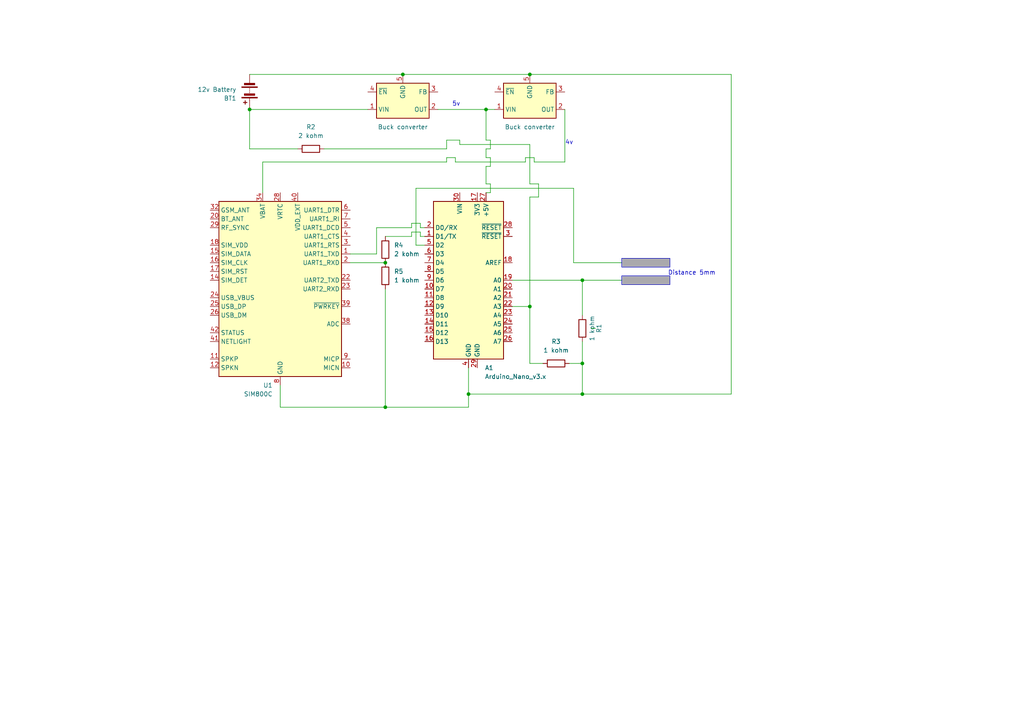
<source format=kicad_sch>
(kicad_sch (version 20231120) (generator "eeschema") (generator_version "8.0")
  (paper "A4")
  (lib_symbols
    (symbol "Device:Battery" (pin_numbers hide) (pin_names (offset 0) hide)
      (property "Reference" "BT" (at 2.54 2.54 0))
      (property "Value" "Battery" (at 2.54 0 0))
      (symbol "Battery_0_1"
        (rectangle (start -2.286 -1.27) (end 2.286 -1.524) (fill (type outline)))
        (rectangle (start -2.286 1.778) (end 2.286 1.524) (fill (type outline)))
        (rectangle (start -1.524 -2.032) (end 1.524 -2.54) (fill (type outline)))
        (rectangle (start -1.524 1.016) (end 1.524 0.508) (fill (type outline)))
        (polyline (pts (xy 0 -1.016) (xy 0 -0.762)))
        (polyline (pts (xy 0 -0.508) (xy 0 -0.254)))
        (polyline (pts (xy 0 0) (xy 0 0.254)))
        (polyline (pts (xy 0 1.778) (xy 0 2.54)))
        (polyline (pts (xy 0.762 3.048) (xy 1.778 3.048)) (stroke (width 0.254)))
        (polyline (pts (xy 1.27 3.556) (xy 1.27 2.54)) (stroke (width 0.254)))
      )
      (symbol "Battery_1_1"
        (pin passive line (at 0 5.08 270) (length 2.54) (name "+") (number "1"))
        (pin passive line (at 0 -5.08 90) (length 2.54) (name "-") (number "2"))
      )
    )
    (symbol "Device:R" (pin_numbers hide) (pin_names (offset 0))
      (property "Reference" "R" (at 2.032 0 90))
      (property "Value" "R" (at 0 0 90))
      (symbol "R_0_1"
        (rectangle (start -1.016 -2.54) (end 1.016 2.54) (stroke (width 0.254)))
      )
      (symbol "R_1_1"
        (pin passive line (at 0 3.81 270) (length 1.27) (name "~") (number "1"))
        (pin passive line (at 0 -3.81 90) (length 1.27) (name "~") (number "2"))
      )
    )
    (symbol "MCU_Module:Arduino_Nano_v3.x"
      (property "Reference" "A" (at -10.16 23.495 0))
      (property "Value" "Arduino_Nano_v3.x" (at 5.08 -24.13 0))
      (symbol "Arduino_Nano_v3.x_0_1"
        (rectangle (start -10.16 22.86) (end 10.16 -22.86) (stroke (width 0.254)) (fill (type background)))
      )
      (symbol "Arduino_Nano_v3.x_1_1"
        (pin bidirectional line (at -12.7 12.7 0) (length 2.54) (name "D1/TX") (number "1"))
        (pin bidirectional line (at -12.7 -2.54 0) (length 2.54) (name "D7") (number "10"))
        (pin bidirectional line (at -12.7 -5.08 0) (length 2.54) (name "D8") (number "11"))
        (pin bidirectional line (at -12.7 -7.62 0) (length 2.54) (name "D9") (number "12"))
        (pin bidirectional line (at -12.7 -10.16 0) (length 2.54) (name "D10") (number "13"))
        (pin bidirectional line (at -12.7 -12.7 0) (length 2.54) (name "D11") (number "14"))
        (pin bidirectional line (at -12.7 -15.24 0) (length 2.54) (name "D12") (number "15"))
        (pin bidirectional line (at -12.7 -17.78 0) (length 2.54) (name "D13") (number "16"))
        (pin power_out line (at 2.54 25.4 270) (length 2.54) (name "3V3") (number "17"))
        (pin input line (at 12.7 5.08 180) (length 2.54) (name "AREF") (number "18"))
        (pin bidirectional line (at 12.7 0 180) (length 2.54) (name "A0") (number "19"))
        (pin bidirectional line (at -12.7 15.24 0) (length 2.54) (name "D0/RX") (number "2"))
        (pin bidirectional line (at 12.7 -2.54 180) (length 2.54) (name "A1") (number "20"))
        (pin bidirectional line (at 12.7 -5.08 180) (length 2.54) (name "A2") (number "21"))
        (pin bidirectional line (at 12.7 -7.62 180) (length 2.54) (name "A3") (number "22"))
        (pin bidirectional line (at 12.7 -10.16 180) (length 2.54) (name "A4") (number "23"))
        (pin bidirectional line (at 12.7 -12.7 180) (length 2.54) (name "A5") (number "24"))
        (pin bidirectional line (at 12.7 -15.24 180) (length 2.54) (name "A6") (number "25"))
        (pin bidirectional line (at 12.7 -17.78 180) (length 2.54) (name "A7") (number "26"))
        (pin power_out line (at 5.08 25.4 270) (length 2.54) (name "+5V") (number "27"))
        (pin input line (at 12.7 15.24 180) (length 2.54) (name "~{RESET}") (number "28"))
        (pin power_in line (at 2.54 -25.4 90) (length 2.54) (name "GND") (number "29"))
        (pin input line (at 12.7 12.7 180) (length 2.54) (name "~{RESET}") (number "3"))
        (pin power_in line (at -2.54 25.4 270) (length 2.54) (name "VIN") (number "30"))
        (pin power_in line (at 0 -25.4 90) (length 2.54) (name "GND") (number "4"))
        (pin bidirectional line (at -12.7 10.16 0) (length 2.54) (name "D2") (number "5"))
        (pin bidirectional line (at -12.7 7.62 0) (length 2.54) (name "D3") (number "6"))
        (pin bidirectional line (at -12.7 5.08 0) (length 2.54) (name "D4") (number "7"))
        (pin bidirectional line (at -12.7 2.54 0) (length 2.54) (name "D5") (number "8"))
        (pin bidirectional line (at -12.7 0 0) (length 2.54) (name "D6") (number "9"))
      )
    )
    (symbol "RF_GSM:SIM800C"
      (property "Reference" "U" (at -15.24 26.67 0))
      (property "Value" "SIM800C" (at 12.7 26.67 0))
      (symbol "SIM800C_0_1"
        (rectangle (start -17.78 25.4) (end 17.78 -25.4) (stroke (width 0.254)) (fill (type background)))
      )
      (symbol "SIM800C_1_1"
        (pin output line (at -20.32 10.16 0) (length 2.54) (name "UART1_TXD") (number "1"))
        (pin input line (at -20.32 -22.86 0) (length 2.54) (name "MICN") (number "10"))
        (pin output line (at 20.32 -20.32 180) (length 2.54) (name "SPKP") (number "11"))
        (pin output line (at 20.32 -22.86 180) (length 2.54) (name "SPKN") (number "12"))
        (pin passive line (at 0 -27.94 90) (length 2.54) hide (name "GND") (number "13"))
        (pin input line (at 20.32 2.54 180) (length 2.54) (name "SIM_DET") (number "14"))
        (pin bidirectional line (at 20.32 10.16 180) (length 2.54) (name "SIM_DATA") (number "15"))
        (pin output line (at 20.32 7.62 180) (length 2.54) (name "SIM_CLK") (number "16"))
        (pin output line (at 20.32 5.08 180) (length 2.54) (name "SIM_RST") (number "17"))
        (pin power_out line (at 20.32 12.7 180) (length 2.54) (name "SIM_VDD") (number "18"))
        (pin passive line (at 0 -27.94 90) (length 2.54) hide (name "GND") (number "19"))
        (pin input line (at -20.32 7.62 0) (length 2.54) (name "UART1_RXD") (number "2"))
        (pin passive line (at 20.32 20.32 180) (length 2.54) (name "BT_ANT") (number "20"))
        (pin passive line (at 0 -27.94 90) (length 2.54) hide (name "GND") (number "21"))
        (pin output line (at -20.32 2.54 0) (length 2.54) (name "UART2_TXD") (number "22"))
        (pin input line (at -20.32 0 0) (length 2.54) (name "UART2_RXD") (number "23"))
        (pin input line (at 20.32 -2.54 180) (length 2.54) (name "USB_VBUS") (number "24"))
        (pin bidirectional line (at 20.32 -5.08 180) (length 2.54) (name "USB_DP") (number "25"))
        (pin bidirectional line (at 20.32 -7.62 180) (length 2.54) (name "USB_DM") (number "26"))
        (pin passive line (at 0 -27.94 90) (length 2.54) hide (name "GND") (number "27"))
        (pin power_in line (at 0 27.94 270) (length 2.54) (name "VRTC") (number "28"))
        (pin output line (at 20.32 17.78 180) (length 2.54) (name "RF_SYNC") (number "29"))
        (pin input line (at -20.32 12.7 0) (length 2.54) (name "UART1_RTS") (number "3"))
        (pin passive line (at 0 -27.94 90) (length 2.54) hide (name "GND") (number "30"))
        (pin passive line (at 0 -27.94 90) (length 2.54) hide (name "GND") (number "31"))
        (pin passive line (at 20.32 22.86 180) (length 2.54) (name "GSM_ANT") (number "32"))
        (pin passive line (at 0 -27.94 90) (length 2.54) hide (name "GND") (number "33"))
        (pin power_in line (at 5.08 27.94 270) (length 2.54) (name "VBAT") (number "34"))
        (pin passive line (at 5.08 27.94 270) (length 2.54) hide (name "VBAT") (number "35"))
        (pin passive line (at 0 -27.94 90) (length 2.54) hide (name "GND") (number "36"))
        (pin passive line (at 0 -27.94 90) (length 2.54) hide (name "GND") (number "37"))
        (pin input line (at -20.32 -10.16 0) (length 2.54) (name "ADC") (number "38"))
        (pin input line (at -20.32 -5.08 0) (length 2.54) (name "~{PWRKEY}") (number "39"))
        (pin output line (at -20.32 15.24 0) (length 2.54) (name "UART1_CTS") (number "4"))
        (pin power_out line (at -5.08 27.94 270) (length 2.54) (name "VDD_EXT") (number "40"))
        (pin output line (at 20.32 -15.24 180) (length 2.54) (name "NETLIGHT") (number "41"))
        (pin output line (at 20.32 -12.7 180) (length 2.54) (name "STATUS") (number "42"))
        (pin output line (at -20.32 17.78 0) (length 2.54) (name "UART1_DCD") (number "5"))
        (pin input line (at -20.32 22.86 0) (length 2.54) (name "UART1_DTR") (number "6"))
        (pin output line (at -20.32 20.32 0) (length 2.54) (name "UART1_RI") (number "7"))
        (pin power_in line (at 0 -27.94 90) (length 2.54) (name "GND") (number "8"))
        (pin input line (at -20.32 -20.32 0) (length 2.54) (name "MICP") (number "9"))
      )
    )
    (symbol "Regulator_Switching:XL1509-3.3"
      (property "Reference" "U" (at -7.112 6.096 0))
      (property "Value" "XL1509-3.3" (at 5.842 6.096 0))
      (symbol "XL1509-3.3_0_1"
        (rectangle (start -7.62 5.08) (end 7.62 -5.08) (stroke (width 0.254)) (fill (type background)))
      )
      (symbol "XL1509-3.3_1_1"
        (pin power_in line (at -10.16 2.54 0) (length 2.54) (name "VIN") (number "1"))
        (pin power_out line (at 10.16 2.54 180) (length 2.54) (name "OUT") (number "2"))
        (pin input line (at 10.16 -2.54 180) (length 2.54) (name "FB") (number "3"))
        (pin input line (at -10.16 -2.54 0) (length 2.54) (name "~{EN}") (number "4"))
        (pin power_in line (at 0 -7.62 90) (length 2.54) (name "GND") (number "5"))
        (pin passive line (at 0 -7.62 90) (length 2.54) hide (name "GND") (number "6"))
        (pin passive line (at 0 -7.62 90) (length 2.54) hide (name "GND") (number "7"))
        (pin passive line (at 0 -7.62 90) (length 2.54) hide (name "GND") (number "8"))
      )
    )
  )
  (junction (at 111.76 118.11))
  (junction (at 140.97 31.75))
  (junction (at 111.76 76.2))
  (junction (at 153.67 21.59))
  (junction (at 168.91 105.41))
  (junction (at 168.91 81.28))
  (junction (at 153.67 88.9))
  (junction (at 168.91 114.3))
  (junction (at 72.39 31.75))
  (junction (at 116.84 21.59))
  (junction (at 135.89 114.3))
  (wire (pts (xy 135.89 114.3) (xy 135.89 106.68)))
  (wire (pts (xy 129.54 40.64) (xy 133.35 40.64)))
  (wire (pts (xy 81.28 118.11) (xy 111.76 118.11)))
  (wire (pts (xy 168.91 105.41) (xy 168.91 114.3)))
  (wire (pts (xy 140.97 31.75) (xy 143.51 31.75)))
  (wire (pts (xy 119.38 64.77) (xy 121.92 64.77)))
  (wire (pts (xy 212.09 21.59) (xy 212.09 114.3)))
  (wire (pts (xy 172.72 95.25) (xy 171.45 95.25)))
  (wire (pts (xy 153.67 21.59) (xy 212.09 21.59)))
  (wire (pts (xy 163.83 46.99) (xy 154.94 46.99)))
  (wire (pts (xy 166.37 76.2) (xy 166.37 54.61)))
  (wire (pts (xy 156.21 53.34) (xy 156.21 57.15)))
  (wire (pts (xy 72.39 31.75) (xy 72.39 43.18)))
  (wire (pts (xy 72.39 31.75) (xy 106.68 31.75)))
  (wire (pts (xy 154.94 45.72) (xy 152.4 45.72)))
  (wire (pts (xy 154.94 46.99) (xy 154.94 45.72)))
  (wire (pts (xy 129.54 43.18) (xy 129.54 40.64)))
  (wire (pts (xy 140.97 31.75) (xy 140.97 40.64)))
  (wire (pts (xy 142.24 45.72) (xy 140.97 45.72)))
  (wire (pts (xy 101.6 76.2) (xy 111.76 76.2)))
  (wire (pts (xy 153.67 88.9) (xy 153.67 105.41)))
  (wire (pts (xy 109.22 73.66) (xy 109.22 66.04)))
  (wire (pts (xy 76.2 46.99) (xy 76.2 55.88)))
  (wire (pts (xy 153.67 88.9) (xy 148.59 88.9)))
  (wire (pts (xy 165.1 105.41) (xy 168.91 105.41)))
  (wire (pts (xy 135.89 118.11) (xy 135.89 114.3)))
  (wire (pts (xy 121.92 68.58) (xy 123.19 68.58)))
  (wire (pts (xy 152.4 46.99) (xy 132.08 46.99)))
  (wire (pts (xy 140.97 53.34) (xy 140.97 48.26)))
  (wire (pts (xy 121.92 67.31) (xy 121.92 68.58)))
  (wire (pts (xy 132.08 45.72) (xy 129.54 45.72)))
  (wire (pts (xy 168.91 81.28) (xy 180.34 81.28)))
  (wire (pts (xy 152.4 45.72) (xy 152.4 46.99)))
  (wire (pts (xy 119.38 66.04) (xy 119.38 64.77)))
  (wire (pts (xy 140.97 43.18) (xy 142.24 43.18)))
  (wire (pts (xy 153.67 57.15) (xy 153.67 88.9)))
  (wire (pts (xy 129.54 45.72) (xy 129.54 46.99)))
  (wire (pts (xy 109.22 66.04) (xy 119.38 66.04)))
  (wire (pts (xy 119.38 68.58) (xy 119.38 67.31)))
  (wire (pts (xy 153.67 53.34) (xy 156.21 53.34)))
  (wire (pts (xy 212.09 114.3) (xy 168.91 114.3)))
  (wire (pts (xy 140.97 45.72) (xy 140.97 43.18)))
  (wire (pts (xy 111.76 83.82) (xy 111.76 118.11)))
  (wire (pts (xy 140.97 48.26) (xy 142.24 48.26)))
  (wire (pts (xy 116.84 21.59) (xy 153.67 21.59)))
  (wire (pts (xy 142.24 53.34) (xy 140.97 53.34)))
  (wire (pts (xy 153.67 105.41) (xy 157.48 105.41)))
  (wire (pts (xy 142.24 55.88) (xy 142.24 53.34)))
  (wire (pts (xy 93.98 43.18) (xy 129.54 43.18)))
  (wire (pts (xy 132.08 46.99) (xy 132.08 45.72)))
  (wire (pts (xy 156.21 57.15) (xy 153.67 57.15)))
  (wire (pts (xy 127 31.75) (xy 140.97 31.75)))
  (wire (pts (xy 72.39 21.59) (xy 116.84 21.59)))
  (wire (pts (xy 142.24 43.18) (xy 142.24 40.64)))
  (wire (pts (xy 120.65 71.12) (xy 123.19 71.12)))
  (wire (pts (xy 153.67 41.91) (xy 153.67 53.34)))
  (wire (pts (xy 163.83 31.75) (xy 163.83 46.99)))
  (wire (pts (xy 142.24 48.26) (xy 142.24 45.72)))
  (wire (pts (xy 168.91 114.3) (xy 135.89 114.3)))
  (wire (pts (xy 129.54 46.99) (xy 76.2 46.99)))
  (wire (pts (xy 120.65 54.61) (xy 120.65 71.12)))
  (wire (pts (xy 121.92 64.77) (xy 121.92 66.04)))
  (wire (pts (xy 101.6 73.66) (xy 109.22 73.66)))
  (wire (pts (xy 120.65 54.61) (xy 166.37 54.61)))
  (wire (pts (xy 133.35 41.91) (xy 153.67 41.91)))
  (wire (pts (xy 81.28 111.76) (xy 81.28 118.11)))
  (wire (pts (xy 140.97 55.88) (xy 142.24 55.88)))
  (wire (pts (xy 119.38 67.31) (xy 121.92 67.31)))
  (wire (pts (xy 168.91 81.28) (xy 168.91 91.44)))
  (wire (pts (xy 133.35 40.64) (xy 133.35 41.91)))
  (wire (pts (xy 111.76 118.11) (xy 135.89 118.11)))
  (wire (pts (xy 142.24 40.64) (xy 140.97 40.64)))
  (wire (pts (xy 180.34 76.2) (xy 166.37 76.2)))
  (wire (pts (xy 111.76 68.58) (xy 119.38 68.58)))
  (wire (pts (xy 121.92 66.04) (xy 123.19 66.04)))
  (wire (pts (xy 72.39 43.18) (xy 86.36 43.18)))
  (wire (pts (xy 168.91 99.06) (xy 168.91 105.41)))
  (wire (pts (xy 148.59 81.28) (xy 168.91 81.28)))
  (rectangle (start 180.34 80.01) (end 194.31 82.55) (fill (type color) (color 170 169 173 1)))
  (rectangle (start 180.34 74.93) (end 194.31 77.47) (fill (type color) (color 170 169 173 1)))
  (text "4v" (at 165.1 41.402 0) (effects (font (size 1.27 1.27))))
  (text "Distance 5mm" (at 200.66 79.248 0) (effects (font (size 1.27 1.27))))
  (text "5v" (at 132.334 30.226 0) (effects (font (size 1.27 1.27))))
  (symbol (lib_id "Regulator_Switching:XL1509-3.3") (at 153.67 29.21 0) (mirror x) (unit 1)
    (property "Reference" "U3" (effects (hide yes)))
    (property "Value" "Buck converter" (at 153.67 36.83 0))
    (property "Footprint" "Package_SO:SOIC-8_3.9x4.9mm_P1.27mm" (effects (hide yes)))
    (property "Datasheet" "https://datasheet.lcsc.com/lcsc/1809050422_XLSEMI-XL1509-5-0E1_C61063.pdf" (effects (hide yes)))
    (property "Description" "Buck DC/DC Converter, 2A, 3.3V Output Voltage, 4.5-40V Input Voltage" (effects (hide yes)))
  )
  (symbol (lib_id "Device:R") (at 168.91 95.25 0) (unit 1)
    (property "Reference" "R1" (at 173.736 95.25 90))
    (property "Value" "1 kohm" (at 171.704 95.25 90))
    (property "Description" "Resistor" (effects (hide yes)))
  )
  (symbol (lib_id "Regulator_Switching:XL1509-3.3") (at 116.84 29.21 0) (mirror x) (unit 1)
    (property "Reference" "U2" (effects (hide yes)))
    (property "Value" "Buck converter" (at 116.84 36.83 0))
    (property "Footprint" "Package_SO:SOIC-8_3.9x4.9mm_P1.27mm" (effects (hide yes)))
    (property "Datasheet" "https://datasheet.lcsc.com/lcsc/1809050422_XLSEMI-XL1509-5-0E1_C61063.pdf" (effects (hide yes)))
    (property "Description" "Buck DC/DC Converter, 2A, 3.3V Output Voltage, 4.5-40V Input Voltage" (effects (hide yes)))
  )
  (symbol (lib_id "Device:R") (at 90.17 43.18 90) (unit 1)
    (property "Reference" "R2" (at 90.17 36.83 90))
    (property "Value" "2 kohm" (at 90.17 39.37 90))
    (property "Description" "Resistor" (effects (hide yes)))
  )
  (symbol (lib_id "Device:Battery") (at 72.39 26.67 180) (unit 1)
    (property "Reference" "BT1" (at 68.58 28.5116 0) (effects (justify left)))
    (property "Value" "12v Battery" (at 68.58 25.9716 0) (effects (justify left)))
    (property "Description" "Multiple-cell battery" (effects (hide yes)))
  )
  (symbol (lib_id "RF_GSM:SIM800C") (at 81.28 83.82 0) (mirror y) (unit 1)
    (property "Reference" "U1" (at 79.0859 111.76 0) (effects (justify left)))
    (property "Value" "SIM800C" (at 79.0859 114.3 0) (effects (justify left)))
    (property "Footprint" "RF_GSM:SIMCom_SIM800C" (effects (hide yes)))
    (property "Datasheet" "http://simcom.ee/documents/SIM800C/SIM800C_Hardware_Design_V1.05.pdf" (effects (hide yes)))
    (property "Description" "GSM Quad-Band Communication Module, GPRS, Audio Engine, AT Command Set, Bluetooth is Optional" (effects (hide yes)))
  )
  (symbol (lib_id "Device:R") (at 161.29 105.41 90) (unit 1)
    (property "Reference" "R3" (at 161.29 99.06 90))
    (property "Value" "1 kohm" (at 161.29 101.6 90))
    (property "Description" "Resistor" (effects (hide yes)))
  )
  (symbol (lib_id "Device:R") (at 111.76 72.39 0) (unit 1)
    (property "Reference" "R4" (at 114.3 71.1199 0) (effects (justify left)))
    (property "Value" "2 kohm" (at 114.3 73.6599 0) (effects (justify left)))
    (property "Description" "Resistor" (effects (hide yes)))
  )
  (symbol (lib_id "Device:R") (at 111.76 80.01 0) (unit 1)
    (property "Reference" "R5" (at 114.3 78.7399 0) (effects (justify left)))
    (property "Value" "1 kohm" (at 114.3 81.2799 0) (effects (justify left)))
    (property "Description" "Resistor" (effects (hide yes)))
  )
  (symbol (lib_id "MCU_Module:Arduino_Nano_v3.x") (at 135.89 81.28 0) (unit 1)
    (property "Reference" "A1" (at 140.6241 106.68 0) (effects (justify left)))
    (property "Value" "Arduino_Nano_v3.x" (at 140.6241 109.22 0) (effects (justify left)))
    (property "Footprint" "Module:Arduino_Nano" (effects (hide yes)))
    (property "Datasheet" "http://www.mouser.com/pdfdocs/Gravitech_Arduino_Nano3_0.pdf" (effects (hide yes)))
    (property "Description" "Arduino Nano v3.x" (effects (hide yes)))
  )
)
</source>
